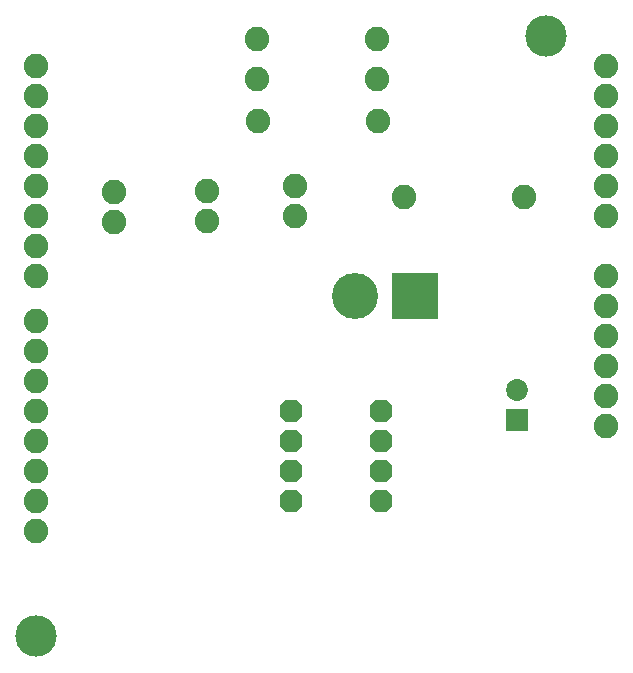
<source format=gbs>
G75*
G70*
%OFA0B0*%
%FSLAX24Y24*%
%IPPOS*%
%LPD*%
%AMOC8*
5,1,8,0,0,1.08239X$1,22.5*
%
%ADD10C,0.0820*%
%ADD11C,0.1380*%
%ADD12OC8,0.0760*%
%ADD13R,0.0730X0.0730*%
%ADD14C,0.0730*%
%ADD15C,0.1537*%
%ADD16R,0.1537X0.1537*%
D10*
X001509Y012260D03*
X001509Y013260D03*
X001509Y014260D03*
X001509Y015260D03*
X001509Y016260D03*
X001509Y017260D03*
X001509Y018260D03*
X001509Y019260D03*
X001509Y020760D03*
X001509Y021760D03*
X001509Y022760D03*
X001509Y023760D03*
X001509Y024760D03*
X001509Y025760D03*
X001509Y026760D03*
X001509Y027760D03*
X004104Y023571D03*
X004104Y022571D03*
X007200Y022618D03*
X007200Y023618D03*
X008925Y025932D03*
X008889Y027331D03*
X008885Y028669D03*
X010138Y023785D03*
X010138Y022785D03*
X012925Y025932D03*
X012889Y027331D03*
X012885Y028669D03*
X013787Y023389D03*
X017787Y023389D03*
X020509Y023760D03*
X020509Y024760D03*
X020509Y025760D03*
X020509Y026760D03*
X020509Y027760D03*
X020509Y022760D03*
X020509Y020760D03*
X020509Y019760D03*
X020509Y018760D03*
X020509Y017760D03*
X020509Y016760D03*
X020509Y015760D03*
D11*
X001509Y008760D03*
X018509Y028760D03*
D12*
X013009Y016274D03*
X013009Y015274D03*
X013009Y014274D03*
X013009Y013274D03*
X010009Y013274D03*
X010009Y014274D03*
X010009Y015274D03*
X010009Y016274D03*
D13*
X017548Y015964D03*
D14*
X017548Y016964D03*
D15*
X012155Y020093D03*
D16*
X014155Y020093D03*
M02*

</source>
